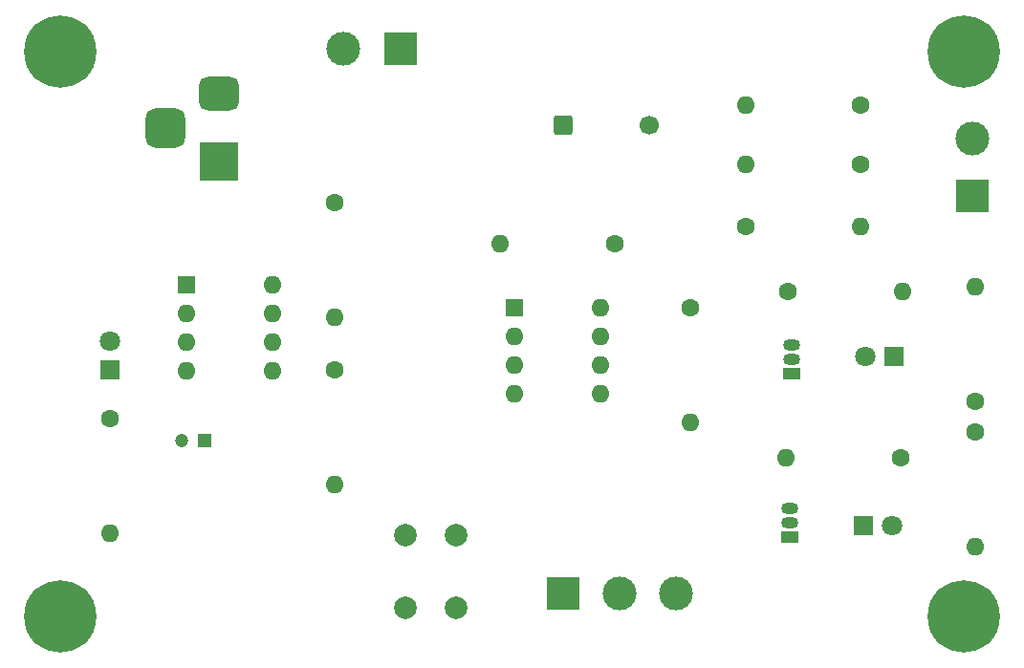
<source format=gbr>
%TF.GenerationSoftware,KiCad,Pcbnew,7.0.7*%
%TF.CreationDate,2024-02-27T23:19:37+01:00*%
%TF.ProjectId,BuzzWireGame,42757a7a-5769-4726-9547-616d652e6b69,v1.0*%
%TF.SameCoordinates,Original*%
%TF.FileFunction,Soldermask,Bot*%
%TF.FilePolarity,Negative*%
%FSLAX46Y46*%
G04 Gerber Fmt 4.6, Leading zero omitted, Abs format (unit mm)*
G04 Created by KiCad (PCBNEW 7.0.7) date 2024-02-27 23:19:37*
%MOMM*%
%LPD*%
G01*
G04 APERTURE LIST*
G04 Aperture macros list*
%AMRoundRect*
0 Rectangle with rounded corners*
0 $1 Rounding radius*
0 $2 $3 $4 $5 $6 $7 $8 $9 X,Y pos of 4 corners*
0 Add a 4 corners polygon primitive as box body*
4,1,4,$2,$3,$4,$5,$6,$7,$8,$9,$2,$3,0*
0 Add four circle primitives for the rounded corners*
1,1,$1+$1,$2,$3*
1,1,$1+$1,$4,$5*
1,1,$1+$1,$6,$7*
1,1,$1+$1,$8,$9*
0 Add four rect primitives between the rounded corners*
20,1,$1+$1,$2,$3,$4,$5,0*
20,1,$1+$1,$4,$5,$6,$7,0*
20,1,$1+$1,$6,$7,$8,$9,0*
20,1,$1+$1,$8,$9,$2,$3,0*%
G04 Aperture macros list end*
%ADD10R,1.200000X1.200000*%
%ADD11C,1.200000*%
%ADD12C,0.800000*%
%ADD13C,6.400000*%
%ADD14C,1.600000*%
%ADD15O,1.600000X1.600000*%
%ADD16R,1.500000X1.050000*%
%ADD17O,1.500000X1.050000*%
%ADD18C,2.000000*%
%ADD19R,1.800000X1.800000*%
%ADD20C,1.800000*%
%ADD21R,3.500000X3.500000*%
%ADD22RoundRect,0.750000X-1.000000X0.750000X-1.000000X-0.750000X1.000000X-0.750000X1.000000X0.750000X0*%
%ADD23RoundRect,0.875000X-0.875000X0.875000X-0.875000X-0.875000X0.875000X-0.875000X0.875000X0.875000X0*%
%ADD24R,1.600000X1.600000*%
%ADD25R,3.000000X3.000000*%
%ADD26C,3.000000*%
%ADD27RoundRect,0.249900X-0.600100X-0.600100X0.600100X-0.600100X0.600100X0.600100X-0.600100X0.600100X0*%
%ADD28C,1.700000*%
G04 APERTURE END LIST*
D10*
%TO.C,C5*%
X117750000Y-99430000D03*
D11*
X115750000Y-99430000D03*
%TD*%
D12*
%TO.C,H1*%
X102600000Y-65000000D03*
X103302944Y-63302944D03*
X103302944Y-66697056D03*
X105000000Y-62600000D03*
D13*
X105000000Y-65000000D03*
D12*
X105000000Y-67400000D03*
X106697056Y-63302944D03*
X106697056Y-66697056D03*
X107400000Y-65000000D03*
%TD*%
D14*
%TO.C,R6*%
X186000000Y-98670000D03*
D15*
X186000000Y-108830000D03*
%TD*%
D16*
%TO.C,Q1*%
X169750000Y-93520000D03*
D17*
X169750000Y-92250000D03*
X169750000Y-90980000D03*
%TD*%
D18*
%TO.C,SW1*%
X135500000Y-114300000D03*
X135500000Y-107800000D03*
X140000000Y-114300000D03*
X140000000Y-107800000D03*
%TD*%
D14*
%TO.C,R12*%
X109360000Y-97510000D03*
D15*
X109360000Y-107670000D03*
%TD*%
D14*
%TO.C,R3*%
X175830000Y-69750000D03*
D15*
X165670000Y-69750000D03*
%TD*%
D19*
%TO.C,D1*%
X176055000Y-107000000D03*
D20*
X178595000Y-107000000D03*
%TD*%
D12*
%TO.C,H2*%
X182600000Y-65000000D03*
X183302944Y-63302944D03*
X183302944Y-66697056D03*
X185000000Y-62600000D03*
D13*
X185000000Y-65000000D03*
D12*
X185000000Y-67400000D03*
X186697056Y-63302944D03*
X186697056Y-66697056D03*
X187400000Y-65000000D03*
%TD*%
D14*
%TO.C,R10*%
X179410000Y-101000000D03*
D15*
X169250000Y-101000000D03*
%TD*%
D14*
%TO.C,R8*%
X129250000Y-78420000D03*
D15*
X129250000Y-88580000D03*
%TD*%
D12*
%TO.C,H3*%
X102600000Y-115000000D03*
X103302944Y-113302944D03*
X103302944Y-116697056D03*
X105000000Y-112600000D03*
D13*
X105000000Y-115000000D03*
D12*
X105000000Y-117400000D03*
X106697056Y-113302944D03*
X106697056Y-116697056D03*
X107400000Y-115000000D03*
%TD*%
D21*
%TO.C,J1*%
X119000000Y-74750000D03*
D22*
X119000000Y-68750000D03*
D23*
X114300000Y-71750000D03*
%TD*%
D24*
%TO.C,U2*%
X116170000Y-85630000D03*
D15*
X116170000Y-88170000D03*
X116170000Y-90710000D03*
X116170000Y-93250000D03*
X123790000Y-93250000D03*
X123790000Y-90710000D03*
X123790000Y-88170000D03*
X123790000Y-85630000D03*
%TD*%
D14*
%TO.C,R1*%
X160750000Y-87670000D03*
D15*
X160750000Y-97830000D03*
%TD*%
D25*
%TO.C,J2*%
X185750000Y-77750000D03*
D26*
X185750000Y-72670000D03*
%TD*%
D27*
%TO.C,LS1*%
X149500000Y-71500000D03*
D28*
X157100000Y-71500000D03*
%TD*%
D14*
%TO.C,R9*%
X169420000Y-86250000D03*
D15*
X179580000Y-86250000D03*
%TD*%
D14*
%TO.C,R5*%
X165670000Y-80500000D03*
D15*
X175830000Y-80500000D03*
%TD*%
D14*
%TO.C,R4*%
X154080000Y-82000000D03*
D15*
X143920000Y-82000000D03*
%TD*%
D19*
%TO.C,D3*%
X178775000Y-92020000D03*
D20*
X176235000Y-92020000D03*
%TD*%
D24*
%TO.C,U1*%
X145200000Y-87700000D03*
D15*
X145200000Y-90240000D03*
X145200000Y-92780000D03*
X145200000Y-95320000D03*
X152820000Y-95320000D03*
X152820000Y-92780000D03*
X152820000Y-90240000D03*
X152820000Y-87700000D03*
%TD*%
D14*
%TO.C,R2*%
X175830000Y-75000000D03*
D15*
X165670000Y-75000000D03*
%TD*%
D14*
%TO.C,R7*%
X186000000Y-96000000D03*
D15*
X186000000Y-85840000D03*
%TD*%
D16*
%TO.C,Q2*%
X169580000Y-108000000D03*
D17*
X169580000Y-106730000D03*
X169580000Y-105460000D03*
%TD*%
D19*
%TO.C,D2*%
X109360000Y-93210000D03*
D20*
X109360000Y-90670000D03*
%TD*%
D25*
%TO.C,BT1*%
X135080000Y-64750000D03*
D26*
X130000000Y-64750000D03*
%TD*%
D12*
%TO.C,H4*%
X182600000Y-115000000D03*
X183302944Y-113302944D03*
X183302944Y-116697056D03*
X185000000Y-112600000D03*
D13*
X185000000Y-115000000D03*
D12*
X185000000Y-117400000D03*
X186697056Y-113302944D03*
X186697056Y-116697056D03*
X187400000Y-115000000D03*
%TD*%
D25*
%TO.C,RV1*%
X149500000Y-113000000D03*
D26*
X154500000Y-113000000D03*
X159500000Y-113000000D03*
%TD*%
D14*
%TO.C,R11*%
X129250000Y-93170000D03*
D15*
X129250000Y-103330000D03*
%TD*%
M02*

</source>
